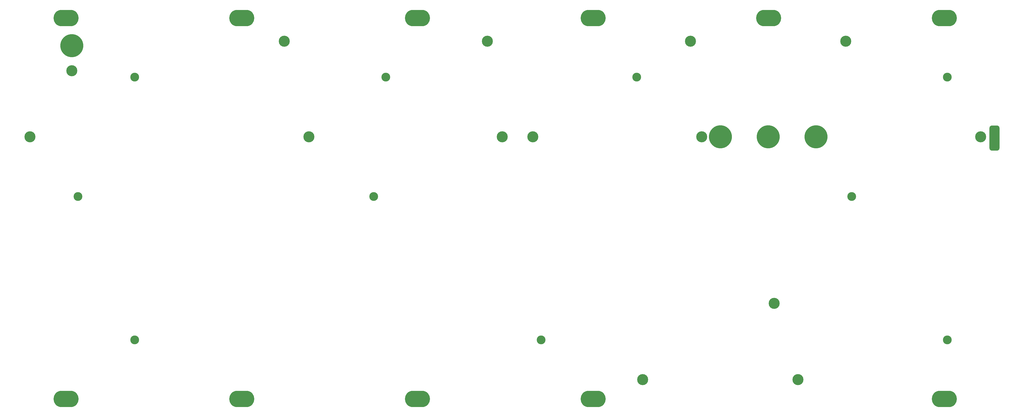
<source format=gbr>
%TF.GenerationSoftware,KiCad,Pcbnew,7.0.1*%
%TF.CreationDate,2023-03-27T00:20:16-04:00*%
%TF.ProjectId,3DP-FR4-hotswap-plate-ANSI,3344502d-4652-4342-9d68-6f7473776170,rev?*%
%TF.SameCoordinates,Original*%
%TF.FileFunction,Soldermask,Bot*%
%TF.FilePolarity,Negative*%
%FSLAX46Y46*%
G04 Gerber Fmt 4.6, Leading zero omitted, Abs format (unit mm)*
G04 Created by KiCad (PCBNEW 7.0.1) date 2023-03-27 00:20:16*
%MOMM*%
%LPD*%
G01*
G04 APERTURE LIST*
G04 Aperture macros list*
%AMRoundRect*
0 Rectangle with rounded corners*
0 $1 Rounding radius*
0 $2 $3 $4 $5 $6 $7 $8 $9 X,Y pos of 4 corners*
0 Add a 4 corners polygon primitive as box body*
4,1,4,$2,$3,$4,$5,$6,$7,$8,$9,$2,$3,0*
0 Add four circle primitives for the rounded corners*
1,1,$1+$1,$2,$3*
1,1,$1+$1,$4,$5*
1,1,$1+$1,$6,$7*
1,1,$1+$1,$8,$9*
0 Add four rect primitives between the rounded corners*
20,1,$1+$1,$2,$3,$4,$5,0*
20,1,$1+$1,$4,$5,$6,$7,0*
20,1,$1+$1,$6,$7,$8,$9,0*
20,1,$1+$1,$8,$9,$2,$3,0*%
G04 Aperture macros list end*
%ADD10O,10.000000X6.500000*%
%ADD11C,4.400000*%
%ADD12C,3.500000*%
%ADD13C,9.200000*%
%ADD14RoundRect,1.000000X1.000000X4.000000X-1.000000X4.000000X-1.000000X-4.000000X1.000000X-4.000000X0*%
G04 APERTURE END LIST*
D10*
%TO.C,H308*%
X93000000Y-157200000D03*
%TD*%
%TO.C,H306*%
X373000000Y-5375000D03*
%TD*%
D11*
%TO.C,H508*%
X276262300Y-52712500D03*
%TD*%
D12*
%TO.C,H206*%
X145613000Y-76525000D03*
%TD*%
%TO.C,H208*%
X50363000Y-133675000D03*
%TD*%
D10*
%TO.C,H311*%
X373000000Y-157200000D03*
%TD*%
D12*
%TO.C,H201*%
X50363000Y-28900000D03*
%TD*%
%TO.C,H207*%
X336113000Y-76525000D03*
%TD*%
D10*
%TO.C,H310*%
X233000000Y-157200000D03*
%TD*%
D13*
%TO.C,H102*%
X283725500Y-52712500D03*
%TD*%
D12*
%TO.C,H210*%
X374213000Y-133675000D03*
%TD*%
D13*
%TO.C,H104*%
X321825500Y-52712500D03*
%TD*%
D11*
%TO.C,H503*%
X109894250Y-14675000D03*
%TD*%
D10*
%TO.C,H304*%
X233000000Y-5375000D03*
%TD*%
%TO.C,H301*%
X23000000Y-5375000D03*
%TD*%
D11*
%TO.C,H512*%
X333731750Y-14675000D03*
%TD*%
%TO.C,H511*%
X305157000Y-119100000D03*
%TD*%
%TO.C,H101*%
X190856750Y-14675000D03*
%TD*%
D10*
%TO.C,H307*%
X23000000Y-157200000D03*
%TD*%
D11*
%TO.C,H506*%
X208963000Y-52712500D03*
%TD*%
%TO.C,H504*%
X119763000Y-52712500D03*
%TD*%
D10*
%TO.C,H303*%
X163000000Y-5375000D03*
%TD*%
D11*
%TO.C,H502*%
X25263000Y-26375000D03*
%TD*%
D12*
%TO.C,H203*%
X250388000Y-28900000D03*
%TD*%
D11*
%TO.C,H505*%
X196762300Y-52712500D03*
%TD*%
D12*
%TO.C,H202*%
X150375500Y-28900000D03*
%TD*%
%TO.C,H209*%
X212288000Y-133675000D03*
%TD*%
D13*
%TO.C,H513*%
X25263000Y-16375000D03*
%TD*%
D11*
%TO.C,H514*%
X314681750Y-149531112D03*
%TD*%
%TO.C,H507*%
X271819250Y-14675000D03*
%TD*%
D13*
%TO.C,H103*%
X302775500Y-52712500D03*
%TD*%
D10*
%TO.C,H302*%
X93000000Y-5375000D03*
%TD*%
D11*
%TO.C,H501*%
X8563000Y-52712500D03*
%TD*%
%TO.C,H510*%
X252769250Y-149531112D03*
%TD*%
%TO.C,H509*%
X387437000Y-52712500D03*
%TD*%
D10*
%TO.C,H305*%
X303000000Y-5375000D03*
%TD*%
D12*
%TO.C,H204*%
X374213000Y-28900000D03*
%TD*%
D10*
%TO.C,H309*%
X163000000Y-157200000D03*
%TD*%
D12*
%TO.C,H205*%
X27741125Y-76525000D03*
%TD*%
D14*
%TO.C,TP1*%
X393000000Y-53250000D03*
%TD*%
M02*

</source>
